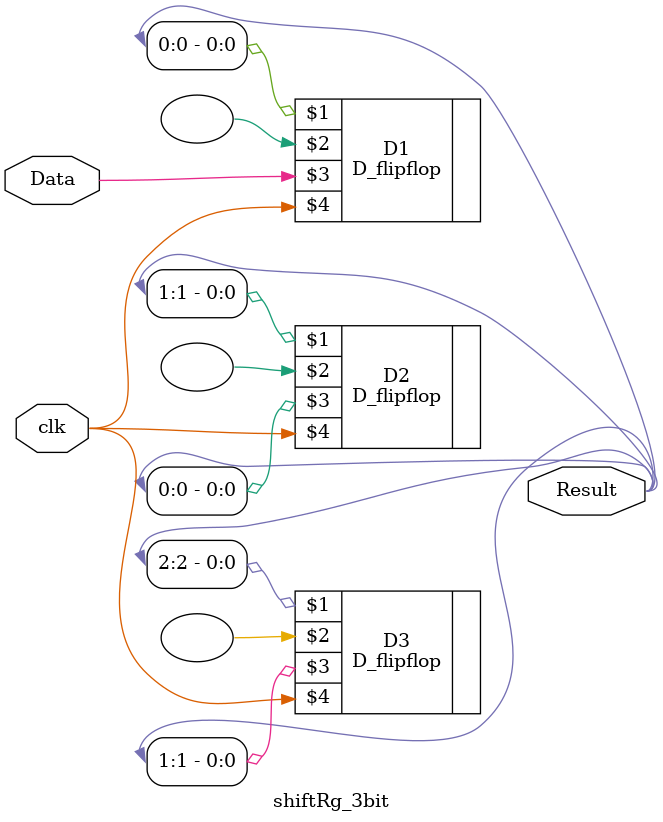
<source format=v>
`include "./D_flipflop.v"
module shiftRg_3bit (
  output [2:0]Result,
  input Data, clk
);
//wire blah blah

//un# are unused(_q) wires.
wire un1, un2, un3;
D_flipflop D1(Result[0],,Data,clk),
 D2(Result[1],,Result[0],clk),
 D3(Result[2],,Result[1],clk);
  
endmodule

</source>
